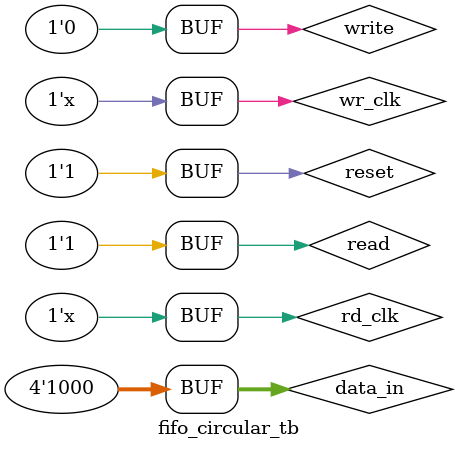
<source format=v>
module fifo_circular #(
    parameter DEPTH = 8,
    parameter WIDTH = 4
)(
    input [3:0] data_in,
    input       reset,
                read,
                write,
                rd_clk,
                wr_clk,
    output reg [3:0] data_out,
    output reg       empty,
    output           full
);
    reg [2:0] rd_ptr,
              wr_ptr;
    reg [WIDTH-1:0] memory [DEPTH-1:0];

    assign full = !empty && (rd_ptr == wr_ptr) && reset;

    always @ (posedge (rd_clk & read & !empty) or negedge reset) begin
        if(!reset) begin
            empty = 1;
            rd_ptr = 0;
        end else begin    
            data_out = memory[rd_ptr];
            rd_ptr <= rd_ptr + 1;
            empty = !full && (rd_ptr == wr_ptr);
        end
    end

    always @ (posedge (wr_clk & write & !full) or negedge reset) begin
        if(!reset) begin
            wr_ptr = 0;
        end else begin
            memory[wr_ptr] <= data_in;
            wr_ptr = wr_ptr + 1;
            empty = 0;
        end
    end    
endmodule:fifo_circular

module fifo_circular_tb;
    reg [3:0] data_in;
    reg       reset,
              read,
              write,
              rd_clk,
              wr_clk;
    wire [3:0] data_out;
    wire       empty,
               full;
    fifo_async ffs (data_in, reset, read, write, rd_clk, wr_clk, data_out, empty, full);
    initial $monitor("WRITE=%b\t READ=%b\t DATA IN:%d\t DATA OUT:%d\t FULL:%s\t EMPTY:%s", 
                        write, read, data_in, data_out, full?"YES":"NO", empty?"YES":"NO");
    always #6 rd_clk = ~rd_clk;
    always #3 wr_clk = ~wr_clk;
    initial begin
        $display("Circular FIFO\n");
        rd_clk=1'b0; wr_clk=1'b0;
        #5 reset=1'b0;
        #5 reset=1'b1;
        #5 write=1'b1; read=1'b0;
        #5 data_in=1;
        #5 data_in=2;
        #5 data_in=3;
        #5 data_in=5;
        #5 data_in=5;
        #5 data_in=6;
        #5 data_in=7;
        #5 data_in=8;
        #5 write=1'b0; read=1'b1;
        
    end
endmodule:fifo_circular_tb
</source>
